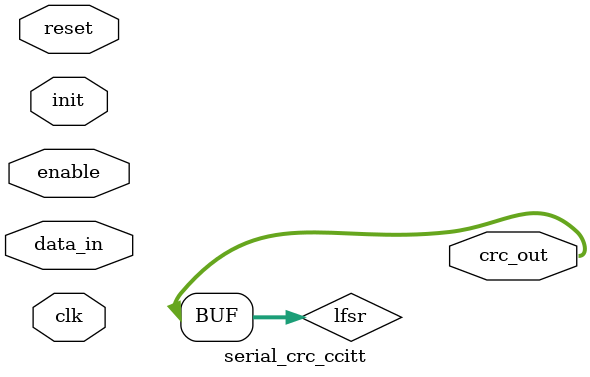
<source format=v>
module serial_crc_ccitt #(
    parameter IMPLEMENTATION = 2
) (
clk     ,
reset   ,
enable  ,
init    ,
data_in ,
crc_out
);
//-----------Input Ports---------------
input clk     ;
input reset   ;
input enable  ;
input init    ;
input data_in ;
//-----------Output Ports---------------
output [15:0] crc_out;
//------------Internal Variables--------
reg   [15:0] lfsr;
//-------------Code Start-----------------
assign crc_out = lfsr;
// Logic to CRC Calculation
generate if (IMPLEMENTATION == 0) begin : bad
    `include "bad.vh"
end else if (IMPLEMENTATION == 1) begin : good
    `include "good.vh"
end else begin
    `ifndef SYNTHESIS
        initial begin
            $display("ERROR: Expected valid values for IMPLEMENTATION are 0 for \"bad.vh\" or 1 for \"good.vh\". Received \"%d\".", IMPLEMENTATION);
            $finish;
        end
    `endif
end endgenerate

endmodule

</source>
